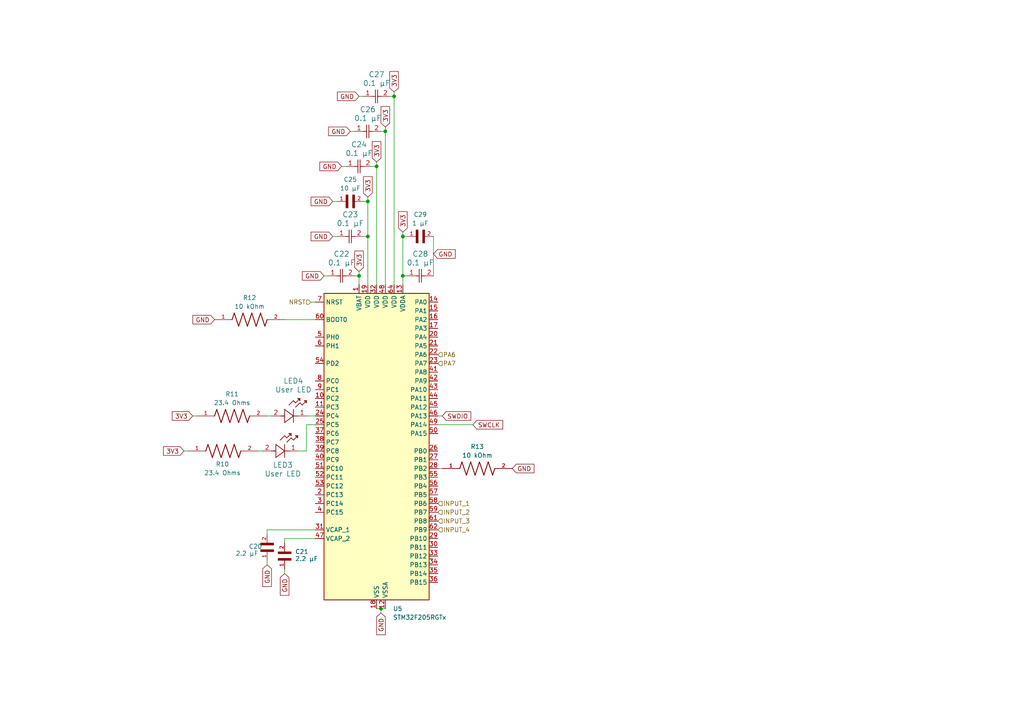
<source format=kicad_sch>
(kicad_sch (version 20250114) (generator "eeschema") (generator_version "9.0")
  (paper "A4")
  (lib_symbols
    (symbol "0.1µFCapacitor_2025-12-15_19-47-12:0402B104K160CT" (pin_names (offset 0.254))
      (property "Reference" "C" (at 3.81 3.81 0))
      (property "Value" "0402B104K160CT" (at 3.81 -3.81 0))
      (symbol "0402B104K160CT_1_1"
        (polyline (pts (xy 2.54 0) (xy 3.4798 0)) (stroke (width 0.2032)))
        (polyline (pts (xy 3.4798 -1.905) (xy 3.4798 1.905)) (stroke (width 0.2032)))
        (polyline (pts (xy 4.1148 0) (xy 5.08 0)) (stroke (width 0.2032)))
        (polyline (pts (xy 4.1148 -1.905) (xy 4.1148 1.905)) (stroke (width 0.2032)))
        (pin unspecified line (at 0 0 0) (length 2.54) (name "") (number "1"))
        (pin unspecified line (at 7.62 0 180) (length 2.54) (name "") (number "2"))
      )
      (symbol "0402B104K160CT_1_2"
        (polyline (pts (xy -1.905 -3.4798) (xy 1.905 -3.4798)) (stroke (width 0.2032)))
        (polyline (pts (xy -1.905 -4.1148) (xy 1.905 -4.1148)) (stroke (width 0.2032)))
        (polyline (pts (xy 0 -2.54) (xy 0 -3.4798)) (stroke (width 0.2032)))
        (polyline (pts (xy 0 -4.1148) (xy 0 -5.08)) (stroke (width 0.2032)))
        (pin unspecified line (at 0 0 270) (length 2.54) (name "") (number "1"))
        (pin unspecified line (at 0 -7.62 90) (length 2.54) (name "") (number "2"))
      )
    )
    (symbol "10kOhmResistor_RMCF0805FT10K0:RMCF0805FT10K0" (pin_names (offset 1.016))
      (property "Reference" "R" (at -7.6244 2.5415 0))
      (property "Value" "RMCF0805FT10K0" (at -7.63 -5.0866 0))
      (symbol "RMCF0805FT10K0_0_0"
        (polyline (pts (xy -5.08 0) (xy -4.445 1.905)) (stroke (width 0.254)))
        (polyline (pts (xy -4.445 1.905) (xy -3.175 -1.905)) (stroke (width 0.254)))
        (polyline (pts (xy -3.175 -1.905) (xy -1.905 1.905)) (stroke (width 0.254)))
        (polyline (pts (xy -1.905 1.905) (xy -0.635 -1.905)) (stroke (width 0.254)))
        (polyline (pts (xy -0.635 -1.905) (xy 0.635 1.905)) (stroke (width 0.254)))
        (polyline (pts (xy 0.635 1.905) (xy 1.905 -1.905)) (stroke (width 0.254)))
        (polyline (pts (xy 1.905 -1.905) (xy 3.175 1.905)) (stroke (width 0.254)))
        (polyline (pts (xy 3.175 1.905) (xy 4.445 -1.905)) (stroke (width 0.254)))
        (polyline (pts (xy 4.445 -1.905) (xy 5.08 0)) (stroke (width 0.254)))
        (pin passive line (at -10.16 0 0) (length 5.08) (name "~") (number "1"))
        (pin passive line (at 10.16 0 180) (length 5.08) (name "~") (number "2"))
      )
    )
    (symbol "10µFCapacitor_CL21B106KOQNNNE:CL21B106KOQNNNE" (pin_names (offset 1.016))
      (property "Reference" "C" (at 0 3.8109 0))
      (property "Value" "CL21B106KOQNNNE" (at 0 -5.0885 0))
      (symbol "CL21B106KOQNNNE_0_0"
        (rectangle (start 0 -1.9069) (end 0.635 1.905) (stroke (width 0.1)) (fill (type outline)))
        (rectangle (start 1.9069 -1.9069) (end 2.54 1.905) (stroke (width 0.1)) (fill (type outline)))
        (pin passive line (at -2.54 0 0) (length 2.54) (name "~") (number "1"))
        (pin passive line (at 5.08 0 180) (length 2.54) (name "~") (number "2"))
      )
    )
    (symbol "1µFCapacitor_CL10B105KP8NNNC:CL10B105KP8NNNC" (pin_names (offset 1.016))
      (property "Reference" "C" (at 0 3.8109 0))
      (property "Value" "CL10B105KP8NNNC" (at 0 -5.0885 0))
      (symbol "CL10B105KP8NNNC_0_0"
        (rectangle (start 0 -1.9069) (end 0.635 1.905) (stroke (width 0.1)) (fill (type outline)))
        (rectangle (start 1.9069 -1.9069) (end 2.54 1.905) (stroke (width 0.1)) (fill (type outline)))
        (pin passive line (at -2.54 0 0) (length 2.54) (name "~") (number "1"))
        (pin passive line (at 5.08 0 180) (length 2.54) (name "~") (number "2"))
      )
    )
    (symbol "2.2µFCapacitor_CL10B225KP8NNNC:CL10B225KP8NNNC" (pin_names (offset 1.016))
      (property "Reference" "C" (at 0 3.8109 0))
      (property "Value" "CL10B225KP8NNNC" (at 0 -5.0885 0))
      (symbol "CL10B225KP8NNNC_0_0"
        (rectangle (start 0 -1.9069) (end 0.635 1.905) (stroke (width 0.1)) (fill (type outline)))
        (rectangle (start 1.9069 -1.9069) (end 2.54 1.905) (stroke (width 0.1)) (fill (type outline)))
        (pin passive line (at -2.54 0 0) (length 2.54) (name "~") (number "1"))
        (pin passive line (at 5.08 0 180) (length 2.54) (name "~") (number "2"))
      )
    )
    (symbol "23.4ohmResistor_RN73R1JTTD23R4B25:RN73R1JTTD23R4B25" (pin_names (offset 1.016))
      (property "Reference" "R" (at -7.6244 2.5415 0))
      (property "Value" "RN73R1JTTD23R4B25" (at -7.63 -5.0866 0))
      (symbol "RN73R1JTTD23R4B25_0_0"
        (polyline (pts (xy -5.08 0) (xy -4.445 1.905)) (stroke (width 0.254)))
        (polyline (pts (xy -4.445 1.905) (xy -3.175 -1.905)) (stroke (width 0.254)))
        (polyline (pts (xy -3.175 -1.905) (xy -1.905 1.905)) (stroke (width 0.254)))
        (polyline (pts (xy -1.905 1.905) (xy -0.635 -1.905)) (stroke (width 0.254)))
        (polyline (pts (xy -0.635 -1.905) (xy 0.635 1.905)) (stroke (width 0.254)))
        (polyline (pts (xy 0.635 1.905) (xy 1.905 -1.905)) (stroke (width 0.254)))
        (polyline (pts (xy 1.905 -1.905) (xy 3.175 1.905)) (stroke (width 0.254)))
        (polyline (pts (xy 3.175 1.905) (xy 4.445 -1.905)) (stroke (width 0.254)))
        (polyline (pts (xy 4.445 -1.905) (xy 5.08 0)) (stroke (width 0.254)))
        (pin passive line (at -10.16 0 0) (length 5.08) (name "~") (number "1"))
        (pin passive line (at 10.16 0 180) (length 5.08) (name "~") (number "2"))
      )
    )
    (symbol "MCU_ST_STM32F2:STM32F205RGTx"
      (property "Reference" "U" (at -15.24 46.99 0))
      (property "Value" "STM32F205RGTx" (at 10.16 46.99 0))
      (symbol "STM32F205RGTx_0_1"
        (rectangle (start -15.24 -43.18) (end 15.24 45.72) (stroke (width 0.254)) (fill (type background)))
      )
      (symbol "STM32F205RGTx_1_1"
        (pin input line (at -17.78 43.18 0) (length 2.54) (name "NRST") (number "7"))
        (pin input line (at -17.78 38.1 0) (length 2.54) (name "BOOT0") (number "60"))
        (pin bidirectional line (at -17.78 33.02 0) (length 2.54) (name "PH0") (number "5"))
        (pin bidirectional line (at -17.78 30.48 0) (length 2.54) (name "PH1") (number "6"))
        (pin bidirectional line (at -17.78 25.4 0) (length 2.54) (name "PD2") (number "54"))
        (pin bidirectional line (at -17.78 20.32 0) (length 2.54) (name "PC0") (number "8"))
        (pin bidirectional line (at -17.78 17.78 0) (length 2.54) (name "PC1") (number "9"))
        (pin bidirectional line (at -17.78 15.24 0) (length 2.54) (name "PC2") (number "10"))
        (pin bidirectional line (at -17.78 12.7 0) (length 2.54) (name "PC3") (number "11"))
        (pin bidirectional line (at -17.78 10.16 0) (length 2.54) (name "PC4") (number "24"))
        (pin bidirectional line (at -17.78 7.62 0) (length 2.54) (name "PC5") (number "25"))
        (pin bidirectional line (at -17.78 5.08 0) (length 2.54) (name "PC6") (number "37"))
        (pin bidirectional line (at -17.78 2.54 0) (length 2.54) (name "PC7") (number "38"))
        (pin bidirectional line (at -17.78 0 0) (length 2.54) (name "PC8") (number "39"))
        (pin bidirectional line (at -17.78 -2.54 0) (length 2.54) (name "PC9") (number "40"))
        (pin bidirectional line (at -17.78 -5.08 0) (length 2.54) (name "PC10") (number "51"))
        (pin bidirectional line (at -17.78 -7.62 0) (length 2.54) (name "PC11") (number "52"))
        (pin bidirectional line (at -17.78 -10.16 0) (length 2.54) (name "PC12") (number "53"))
        (pin bidirectional line (at -17.78 -12.7 0) (length 2.54) (name "PC13") (number "2"))
        (pin bidirectional line (at -17.78 -15.24 0) (length 2.54) (name "PC14") (number "3"))
        (pin bidirectional line (at -17.78 -17.78 0) (length 2.54) (name "PC15") (number "4"))
        (pin power_out line (at -17.78 -22.86 0) (length 2.54) (name "VCAP_1") (number "31"))
        (pin power_out line (at -17.78 -25.4 0) (length 2.54) (name "VCAP_2") (number "47"))
        (pin power_in line (at -5.08 48.26 270) (length 2.54) (name "VBAT") (number "1"))
        (pin power_in line (at -2.54 48.26 270) (length 2.54) (name "VDD") (number "19"))
        (pin power_in line (at 0 48.26 270) (length 2.54) (name "VDD") (number "32"))
        (pin power_in line (at 0 -45.72 90) (length 2.54) (name "VSS") (number "18"))
        (pin passive line (at 0 -45.72 90) (length 2.54) (hide yes) (name "VSS") (number "63"))
        (pin power_in line (at 2.54 48.26 270) (length 2.54) (name "VDD") (number "48"))
        (pin power_in line (at 2.54 -45.72 90) (length 2.54) (name "VSSA") (number "12"))
        (pin power_in line (at 5.08 48.26 270) (length 2.54) (name "VDD") (number "64"))
        (pin power_in line (at 7.62 48.26 270) (length 2.54) (name "VDDA") (number "13"))
        (pin bidirectional line (at 17.78 43.18 180) (length 2.54) (name "PA0") (number "14"))
        (pin bidirectional line (at 17.78 40.64 180) (length 2.54) (name "PA1") (number "15"))
        (pin bidirectional line (at 17.78 38.1 180) (length 2.54) (name "PA2") (number "16"))
        (pin bidirectional line (at 17.78 35.56 180) (length 2.54) (name "PA3") (number "17"))
        (pin bidirectional line (at 17.78 33.02 180) (length 2.54) (name "PA4") (number "20"))
        (pin bidirectional line (at 17.78 30.48 180) (length 2.54) (name "PA5") (number "21"))
        (pin bidirectional line (at 17.78 27.94 180) (length 2.54) (name "PA6") (number "22"))
        (pin bidirectional line (at 17.78 25.4 180) (length 2.54) (name "PA7") (number "23"))
        (pin bidirectional line (at 17.78 22.86 180) (length 2.54) (name "PA8") (number "41"))
        (pin bidirectional line (at 17.78 20.32 180) (length 2.54) (name "PA9") (number "42"))
        (pin bidirectional line (at 17.78 17.78 180) (length 2.54) (name "PA10") (number "43"))
        (pin bidirectional line (at 17.78 15.24 180) (length 2.54) (name "PA11") (number "44"))
        (pin bidirectional line (at 17.78 12.7 180) (length 2.54) (name "PA12") (number "45"))
        (pin bidirectional line (at 17.78 10.16 180) (length 2.54) (name "PA13") (number "46"))
        (pin bidirectional line (at 17.78 7.62 180) (length 2.54) (name "PA14") (number "49"))
        (pin bidirectional line (at 17.78 5.08 180) (length 2.54) (name "PA15") (number "50"))
        (pin bidirectional line (at 17.78 0 180) (length 2.54) (name "PB0") (number "26"))
        (pin bidirectional line (at 17.78 -2.54 180) (length 2.54) (name "PB1") (number "27"))
        (pin bidirectional line (at 17.78 -5.08 180) (length 2.54) (name "PB2") (number "28"))
        (pin bidirectional line (at 17.78 -7.62 180) (length 2.54) (name "PB3") (number "55"))
        (pin bidirectional line (at 17.78 -10.16 180) (length 2.54) (name "PB4") (number "56"))
        (pin bidirectional line (at 17.78 -12.7 180) (length 2.54) (name "PB5") (number "57"))
        (pin bidirectional line (at 17.78 -15.24 180) (length 2.54) (name "PB6") (number "58"))
        (pin bidirectional line (at 17.78 -17.78 180) (length 2.54) (name "PB7") (number "59"))
        (pin bidirectional line (at 17.78 -20.32 180) (length 2.54) (name "PB8") (number "61"))
        (pin bidirectional line (at 17.78 -22.86 180) (length 2.54) (name "PB9") (number "62"))
        (pin bidirectional line (at 17.78 -25.4 180) (length 2.54) (name "PB10") (number "29"))
        (pin bidirectional line (at 17.78 -27.94 180) (length 2.54) (name "PB11") (number "30"))
        (pin bidirectional line (at 17.78 -30.48 180) (length 2.54) (name "PB12") (number "33"))
        (pin bidirectional line (at 17.78 -33.02 180) (length 2.54) (name "PB13") (number "34"))
        (pin bidirectional line (at 17.78 -35.56 180) (length 2.54) (name "PB14") (number "35"))
        (pin bidirectional line (at 17.78 -38.1 180) (length 2.54) (name "PB15") (number "36"))
      )
    )
    (symbol "UserLED_2026-01-27_18-27-04:LTL-4231N" (pin_names (offset 0.254))
      (property "Reference" "LED" (at 5.08 -4.445 0))
      (property "Value" "LTL-4231N" (at 5.08 -7.62 0))
      (symbol "LTL-4231N_1_1"
        (polyline (pts (xy 2.54 0) (xy 3.4798 0)) (stroke (width 0.2032)))
        (polyline (pts (xy 3.175 0) (xy 3.81 0)) (stroke (width 0.2032)))
        (polyline (pts (xy 3.81 1.905) (xy 3.81 -1.905)) (stroke (width 0.2032)))
        (polyline (pts (xy 3.81 -1.905) (xy 6.35 0)) (stroke (width 0.2032)))
        (polyline (pts (xy 5.08 3.175) (xy 6.35 4.445)) (stroke (width 0.2032)))
        (polyline (pts (xy 6.35 4.445) (xy 6.985 3.81)) (stroke (width 0.2032)))
        (polyline (pts (xy 6.35 0) (xy 3.81 1.905)) (stroke (width 0.2032)))
        (polyline (pts (xy 6.35 0) (xy 7.62 0)) (stroke (width 0.2032)))
        (polyline (pts (xy 6.35 -1.905) (xy 6.35 1.905)) (stroke (width 0.2032)))
        (polyline (pts (xy 6.985 3.81) (xy 8.255 5.08)) (stroke (width 0.2032)))
        (polyline (pts (xy 6.985 2.54) (xy 8.255 3.81)) (stroke (width 0.2032)))
        (polyline (pts (xy 7.62 5.08) (xy 8.255 4.445)) (stroke (width 0.2032)))
        (polyline (pts (xy 8.255 5.08) (xy 7.62 5.08)) (stroke (width 0.2032)))
        (polyline (pts (xy 8.255 4.445) (xy 8.255 5.08)) (stroke (width 0.2032)))
        (polyline (pts (xy 8.255 3.81) (xy 8.89 3.175)) (stroke (width 0.2032)))
        (polyline (pts (xy 8.89 3.175) (xy 10.16 4.445)) (stroke (width 0.2032)))
        (polyline (pts (xy 9.525 4.445) (xy 10.16 3.81)) (stroke (width 0.2032)))
        (polyline (pts (xy 10.16 4.445) (xy 9.525 4.445)) (stroke (width 0.2032)))
        (polyline (pts (xy 10.16 3.81) (xy 10.16 4.445)) (stroke (width 0.2032)))
        (pin unspecified line (at 0 0 0) (length 2.54) (name "") (number "2"))
        (pin unspecified line (at 10.16 0 180) (length 2.54) (name "") (number "1"))
      )
      (symbol "LTL-4231N_1_2"
        (polyline (pts (xy -5.08 8.255) (xy -5.08 7.62)) (stroke (width 0.2032)))
        (polyline (pts (xy -5.08 7.62) (xy -4.445 8.255)) (stroke (width 0.2032)))
        (polyline (pts (xy -4.445 10.16) (xy -4.445 9.525)) (stroke (width 0.2032)))
        (polyline (pts (xy -4.445 9.525) (xy -3.81 10.16)) (stroke (width 0.2032)))
        (polyline (pts (xy -4.445 8.255) (xy -5.08 8.255)) (stroke (width 0.2032)))
        (polyline (pts (xy -4.445 6.35) (xy -3.81 6.985)) (stroke (width 0.2032)))
        (polyline (pts (xy -3.81 10.16) (xy -4.445 10.16)) (stroke (width 0.2032)))
        (polyline (pts (xy -3.81 8.255) (xy -3.175 8.89)) (stroke (width 0.2032)))
        (polyline (pts (xy -3.81 6.985) (xy -5.08 8.255)) (stroke (width 0.2032)))
        (polyline (pts (xy -3.175 8.89) (xy -4.445 10.16)) (stroke (width 0.2032)))
        (polyline (pts (xy -3.175 5.08) (xy -4.445 6.35)) (stroke (width 0.2032)))
        (polyline (pts (xy -2.54 6.985) (xy -3.81 8.255)) (stroke (width 0.2032)))
        (polyline (pts (xy -1.905 3.81) (xy 1.905 3.81)) (stroke (width 0.2032)))
        (polyline (pts (xy 0 6.35) (xy -1.905 3.81)) (stroke (width 0.2032)))
        (polyline (pts (xy 0 6.35) (xy 0 7.62)) (stroke (width 0.2032)))
        (polyline (pts (xy 0 3.175) (xy 0 3.81)) (stroke (width 0.2032)))
        (polyline (pts (xy 0 2.54) (xy 0 3.4798)) (stroke (width 0.2032)))
        (polyline (pts (xy 1.905 6.35) (xy -1.905 6.35)) (stroke (width 0.2032)))
        (polyline (pts (xy 1.905 3.81) (xy 0 6.35)) (stroke (width 0.2032)))
        (pin unspecified line (at 0 10.16 270) (length 2.54) (name "") (number "1"))
        (pin unspecified line (at 0 0 90) (length 2.54) (name "") (number "2"))
      )
    )
  )
  (junction (at 110.49 176.53))
  (junction (at 111.76 38.1))
  (junction (at 109.22 48.26))
  (junction (at 114.3 27.94))
  (junction (at 104.14 80.01))
  (junction (at 106.68 58.42))
  (junction (at 106.68 68.58))
  (junction (at 116.84 68.58))
  (junction (at 116.84 80.01))
  (wire (pts (xy 111.76 36.83) (xy 111.76 38.1)))
  (wire (pts (xy 96.52 68.58) (xy 97.79 68.58)))
  (wire (pts (xy 104.14 27.94) (xy 105.41 27.94)))
  (wire (pts (xy 90.17 87.63) (xy 91.44 87.63)))
  (wire (pts (xy 104.14 80.01) (xy 104.14 82.55)))
  (wire (pts (xy 104.14 78.74) (xy 104.14 80.01)))
  (wire (pts (xy 77.47 120.65) (xy 78.74 120.65)))
  (wire (pts (xy 77.47 162.56) (xy 77.47 163.83)))
  (wire (pts (xy 114.3 26.67) (xy 114.3 27.94)))
  (wire (pts (xy 86.36 130.81) (xy 88.9 130.81)))
  (wire (pts (xy 74.93 130.81) (xy 76.2 130.81)))
  (wire (pts (xy 82.55 92.71) (xy 91.44 92.71)))
  (wire (pts (xy 125.73 68.58) (xy 125.73 80.01)))
  (wire (pts (xy 127 120.65) (xy 128.27 120.65)))
  (wire (pts (xy 96.52 58.42) (xy 97.79 58.42)))
  (wire (pts (xy 107.95 48.26) (xy 109.22 48.26)))
  (wire (pts (xy 127 135.89) (xy 128.27 135.89)))
  (wire (pts (xy 88.9 123.19) (xy 91.44 123.19)))
  (wire (pts (xy 53.34 130.81) (xy 54.61 130.81)))
  (wire (pts (xy 106.68 57.15) (xy 106.68 58.42)))
  (wire (pts (xy 116.84 80.01) (xy 118.11 80.01)))
  (wire (pts (xy 109.22 48.26) (xy 109.22 82.55)))
  (wire (pts (xy 110.49 38.1) (xy 111.76 38.1)))
  (wire (pts (xy 82.55 165.1) (xy 82.55 166.37)))
  (wire (pts (xy 93.98 80.01) (xy 95.25 80.01)))
  (wire (pts (xy 127 123.19) (xy 137.16 123.19)))
  (wire (pts (xy 99.06 48.26) (xy 100.33 48.26)))
  (wire (pts (xy 88.9 120.65) (xy 91.44 120.65)))
  (wire (pts (xy 113.03 27.94) (xy 114.3 27.94)))
  (wire (pts (xy 116.84 68.58) (xy 118.11 68.58)))
  (wire (pts (xy 101.6 38.1) (xy 102.87 38.1)))
  (wire (pts (xy 116.84 80.01) (xy 116.84 82.55)))
  (wire (pts (xy 102.87 80.01) (xy 104.14 80.01)))
  (wire (pts (xy 116.84 67.31) (xy 116.84 68.58)))
  (wire (pts (xy 55.88 120.65) (xy 57.15 120.65)))
  (wire (pts (xy 77.47 153.67) (xy 77.47 154.94)))
  (wire (pts (xy 88.9 130.81) (xy 88.9 123.19)))
  (wire (pts (xy 114.3 27.94) (xy 114.3 82.55)))
  (wire (pts (xy 91.44 156.21) (xy 82.55 156.21)))
  (wire (pts (xy 109.22 46.99) (xy 109.22 48.26)))
  (wire (pts (xy 105.41 58.42) (xy 106.68 58.42)))
  (wire (pts (xy 91.44 153.67) (xy 77.47 153.67)))
  (wire (pts (xy 106.68 68.58) (xy 106.68 82.55)))
  (wire (pts (xy 106.68 58.42) (xy 106.68 68.58)))
  (wire (pts (xy 105.41 68.58) (xy 106.68 68.58)))
  (wire (pts (xy 82.55 156.21) (xy 82.55 157.48)))
  (wire (pts (xy 110.49 176.53) (xy 111.76 176.53)))
  (wire (pts (xy 109.22 176.53) (xy 110.49 176.53)))
  (wire (pts (xy 110.49 176.53) (xy 110.49 177.8)))
  (wire (pts (xy 116.84 68.58) (xy 116.84 80.01)))
  (wire (pts (xy 111.76 38.1) (xy 111.76 82.55)))
  (global_label "GND" (shape input) (at 96.52 68.58 180) (property "Intersheetrefs" "${INTERSHEET_REFS}" (effects (hide yes))))
  (global_label "GND" (shape input) (at 82.55 166.37 270) (property "Intersheetrefs" "${INTERSHEET_REFS}" (effects (hide yes))))
  (global_label "GND" (shape input) (at 148.59 135.89 0) (property "Intersheetrefs" "${INTERSHEET_REFS}" (effects (hide yes))))
  (global_label "3V3" (shape input) (at 106.68 57.15 90) (property "Intersheetrefs" "${INTERSHEET_REFS}" (effects (hide yes))))
  (global_label "SWCLK" (shape input) (at 137.16 123.19 0) (property "Intersheetrefs" "${INTERSHEET_REFS}" (effects (hide yes))))
  (global_label "3V3" (shape input) (at 116.84 67.31 90) (property "Intersheetrefs" "${INTERSHEET_REFS}" (effects (hide yes))))
  (global_label "3V3" (shape input) (at 114.3 26.67 90) (property "Intersheetrefs" "${INTERSHEET_REFS}" (effects (hide yes))))
  (global_label "SWDIO" (shape input) (at 128.27 120.65 0) (property "Intersheetrefs" "${INTERSHEET_REFS}" (effects (hide yes))))
  (global_label "3V3" (shape input) (at 55.88 120.65 180) (property "Intersheetrefs" "${INTERSHEET_REFS}" (effects (hide yes))))
  (global_label "GND" (shape input) (at 104.14 27.94 180) (property "Intersheetrefs" "${INTERSHEET_REFS}" (effects (hide yes))))
  (global_label "3V3" (shape input) (at 104.14 78.74 90) (property "Intersheetrefs" "${INTERSHEET_REFS}" (effects (hide yes))))
  (global_label "GND" (shape input) (at 93.98 80.01 180) (property "Intersheetrefs" "${INTERSHEET_REFS}" (effects (hide yes))))
  (global_label "GND" (shape input) (at 101.6 38.1 180) (property "Intersheetrefs" "${INTERSHEET_REFS}" (effects (hide yes))))
  (global_label "GND" (shape input) (at 62.23 92.71 180) (property "Intersheetrefs" "${INTERSHEET_REFS}" (effects (hide yes))))
  (global_label "GND" (shape input) (at 77.47 163.83 270) (property "Intersheetrefs" "${INTERSHEET_REFS}" (effects (hide yes))))
  (global_label "GND" (shape input) (at 99.06 48.26 180) (property "Intersheetrefs" "${INTERSHEET_REFS}" (effects (hide yes))))
  (global_label "GND" (shape input) (at 110.49 177.8 270) (property "Intersheetrefs" "${INTERSHEET_REFS}" (effects (hide yes))))
  (global_label "3V3" (shape input) (at 109.22 46.99 90) (property "Intersheetrefs" "${INTERSHEET_REFS}" (effects (hide yes))))
  (global_label "GND" (shape input) (at 125.73 73.66 0) (property "Intersheetrefs" "${INTERSHEET_REFS}" (effects (hide yes))))
  (global_label "3V3" (shape input) (at 111.76 36.83 90) (property "Intersheetrefs" "${INTERSHEET_REFS}" (effects (hide yes))))
  (global_label "3V3" (shape input) (at 53.34 130.81 180) (property "Intersheetrefs" "${INTERSHEET_REFS}" (effects (hide yes))))
  (global_label "GND" (shape input) (at 96.52 58.42 180) (property "Intersheetrefs" "${INTERSHEET_REFS}" (effects (hide yes))))
  (hierarchical_label "INPUT_2" (shape input) (at 127 148.59 0))
  (hierarchical_label "NRST" (shape input) (at 90.17 87.63 180))
  (hierarchical_label "PA6" (shape input) (at 127 102.87 0))
  (hierarchical_label "INPUT_1" (shape input) (at 127 146.05 0))
  (hierarchical_label "INPUT_3" (shape input) (at 127 151.13 0))
  (hierarchical_label "PA7" (shape input) (at 127 105.41 0))
  (hierarchical_label "INPUT_4" (shape input) (at 127 153.67 0))
  (symbol (lib_id "0.1µFCapacitor_2025-12-15_19-47-12:0402B104K160CT") (at 95.25 80.01 0) (unit 1)
    (property "Reference" "C22" (at 99.06 73.66 0) (effects (font (size 1.524 1.524))))
    (property "Value" "0.1 µF" (at 99.06 76.2 0) (effects (font (size 1.524 1.524))))
    (property "Footprint" "0.1µFCapacitor_footprints:CAP_0402_N_WAL-L" (effects (hide yes)))
    (property "Datasheet" "0402B104K160CT" (effects (hide yes)))
  )
  (symbol (lib_id "UserLED_2026-01-27_18-27-04:LTL-4231N") (at 76.2 130.81 0) (unit 1)
    (property "Reference" "LED3" (at 82.042 134.874 0) (effects (font (size 1.524 1.524))))
    (property "Value" "User LED" (at 82.042 137.414 0) (effects (font (size 1.524 1.524))))
    (property "Footprint" "LED_LTL-4231N_LTO" (effects (hide yes)))
    (property "Datasheet" "LTL-4231N" (effects (hide yes)))
  )
  (symbol (lib_id "23.4ohmResistor_RN73R1JTTD23R4B25:RN73R1JTTD23R4B25") (at 67.31 120.65 0) (unit 1)
    (property "Reference" "R11" (at 67.31 114.3 0))
    (property "Value" "23.4 Ohms" (at 67.31 116.84 0))
    (property "Footprint" "RN73R1JTTD23R4B25:RESC1608X55N" (effects (hide yes)))
  )
  (symbol (lib_id "23.4ohmResistor_RN73R1JTTD23R4B25:RN73R1JTTD23R4B25") (at 64.77 130.81 0) (unit 1)
    (property "Reference" "R10" (at 64.516 134.62 0))
    (property "Value" "23.4 Ohms" (at 64.516 137.16 0))
    (property "Footprint" "RN73R1JTTD23R4B25:RESC1608X55N" (effects (hide yes)))
  )
  (symbol (lib_id "1µFCapacitor_CL10B105KP8NNNC:CL10B105KP8NNNC") (at 120.65 68.58 0) (unit 1)
    (property "Reference" "C29" (at 121.92 62.23 0))
    (property "Value" "1 µF" (at 121.92 64.77 0))
    (property "Footprint" "CL10B105KP8NNNC:CAPC1608X90N" (effects (hide yes)))
    (property "E_max" "0.9" (effects (hide yes)))
    (property "L_max" "0.5" (effects (hide yes)))
    (property "A_max" "0.9" (effects (hide yes)))
    (property "L1_nom" "0.3" (effects (hide yes)))
    (property "D_max" "1.7" (effects (hide yes)))
    (property "A_nom" "0.9" (effects (hide yes)))
    (property "L1_max" "0.5" (effects (hide yes)))
    (property "L1_min" "0.1" (effects (hide yes)))
    (property "A_min" "0.9" (effects (hide yes)))
    (property "E_min" "0.7" (effects (hide yes)))
    (property "D_min" "1.5" (effects (hide yes)))
    (property "D_nom" "1.6" (effects (hide yes)))
    (property "E_nom" "0.8" (effects (hide yes)))
    (property "STANDARD" "IPC 7351B" (effects (hide yes)))
    (property "L_min" "0.1" (effects (hide yes)))
    (property "L_nom" "0.3" (effects (hide yes)))
    (property "MANUFACTURER" "Samsung Electro-Mechanics" (effects (hide yes)))
  )
  (symbol (lib_id "0.1µFCapacitor_2025-12-15_19-47-12:0402B104K160CT") (at 97.79 68.58 0) (unit 1)
    (property "Reference" "C23" (at 101.6 62.23 0) (effects (font (size 1.524 1.524))))
    (property "Value" "0.1 µF" (at 101.6 64.77 0) (effects (font (size 1.524 1.524))))
    (property "Footprint" "0.1µFCapacitor_footprints:CAP_0402_N_WAL-L" (effects (hide yes)))
    (property "Datasheet" "0402B104K160CT" (effects (hide yes)))
  )
  (symbol (lib_id "10kOhmResistor_RMCF0805FT10K0:RMCF0805FT10K0") (at 138.43 135.89 0) (unit 1)
    (property "Reference" "R13" (at 138.43 129.54 0))
    (property "Value" "10 kOhm" (at 138.43 132.08 0))
    (property "Footprint" "RMCF0805FT10K0:RESC2012X65N" (effects (hide yes)))
  )
  (symbol (lib_id "0.1µFCapacitor_2025-12-15_19-47-12:0402B104K160CT") (at 102.87 38.1 0) (unit 1)
    (property "Reference" "C26" (at 106.68 31.75 0) (effects (font (size 1.524 1.524))))
    (property "Value" "0.1 µF" (at 106.68 34.29 0) (effects (font (size 1.524 1.524))))
    (property "Footprint" "0.1µFCapacitor_footprints:CAP_0402_N_WAL-L" (effects (hide yes)))
    (property "Datasheet" "0402B104K160CT" (effects (hide yes)))
  )
  (symbol (lib_id "10kOhmResistor_RMCF0805FT10K0:RMCF0805FT10K0") (at 72.39 92.71 0) (unit 1)
    (property "Reference" "R12" (at 72.39 86.36 0))
    (property "Value" "10 kOhm" (at 72.39 88.9 0))
    (property "Footprint" "RMCF0805FT10K0:RESC2012X65N" (effects (hide yes)))
  )
  (symbol (lib_id "UserLED_2026-01-27_18-27-04:LTL-4231N") (at 78.74 120.65 0) (unit 1)
    (property "Reference" "LED4" (at 85.09 110.49 0) (effects (font (size 1.524 1.524))))
    (property "Value" "User LED" (at 85.09 113.03 0) (effects (font (size 1.524 1.524))))
    (property "Footprint" "LED_LTL-4231N_LTO" (effects (hide yes)))
    (property "Datasheet" "LTL-4231N" (effects (hide yes)))
  )
  (symbol (lib_id "10µFCapacitor_CL21B106KOQNNNE:CL21B106KOQNNNE") (at 100.33 58.42 0) (unit 1)
    (property "Reference" "C25" (at 101.6 52.07 0))
    (property "Value" "10 µF" (at 101.6 54.61 0))
    (property "Footprint" "CL21B106KOQNNNE:CAPC2012X140N" (effects (hide yes)))
    (property "E_max" "1.4" (effects (hide yes)))
    (property "L_max" "0.7" (effects (hide yes)))
    (property "A_max" "1.4" (effects (hide yes)))
    (property "L1_nom" "0.5" (effects (hide yes)))
    (property "D_max" "2.15" (effects (hide yes)))
    (property "A_nom" "1.4" (effects (hide yes)))
    (property "L1_max" "0.7" (effects (hide yes)))
    (property "L1_min" "0.2" (effects (hide yes)))
    (property "A_min" "1.4" (effects (hide yes)))
    (property "E_min" "1.1" (effects (hide yes)))
    (property "D_min" "1.85" (effects (hide yes)))
    (property "D_nom" "2.0" (effects (hide yes)))
    (property "E_nom" "1.25" (effects (hide yes)))
    (property "STANDARD" "IPC 7351B" (effects (hide yes)))
    (property "L_min" "0.2" (effects (hide yes)))
    (property "L_nom" "0.5" (effects (hide yes)))
    (property "MANUFACTURER" "Samsung Electro-Mechanics" (effects (hide yes)))
  )
  (symbol (lib_id "0.1µFCapacitor_2025-12-15_19-47-12:0402B104K160CT") (at 100.33 48.26 0) (unit 1)
    (property "Reference" "C24" (at 104.14 41.91 0) (effects (font (size 1.524 1.524))))
    (property "Value" "0.1 µF" (at 104.14 44.45 0) (effects (font (size 1.524 1.524))))
    (property "Footprint" "0.1µFCapacitor_footprints:CAP_0402_N_WAL-L" (effects (hide yes)))
    (property "Datasheet" "0402B104K160CT" (effects (hide yes)))
  )
  (symbol (lib_id "2.2µFCapacitor_CL10B225KP8NNNC:CL10B225KP8NNNC") (at 77.47 160.02 90) (unit 1)
    (property "Reference" "C20" (at 72.136 158.496 90) (effects (justify right)))
    (property "Value" "2.2 µF" (at 68.326 160.528 90) (effects (justify right)))
    (property "Footprint" "CL10B225KP8NNNC:CAPC1608X90N" (effects (hide yes)))
    (property "E_max" "0.9" (effects (hide yes)))
    (property "L_max" "0.5" (effects (hide yes)))
    (property "A_max" "0.9" (effects (hide yes)))
    (property "L1_nom" "0.3" (effects (hide yes)))
    (property "D_max" "1.7" (effects (hide yes)))
    (property "A_nom" "0.9" (effects (hide yes)))
    (property "L1_max" "0.5" (effects (hide yes)))
    (property "L1_min" "0.1" (effects (hide yes)))
    (property "A_min" "0.9" (effects (hide yes)))
    (property "E_min" "0.7" (effects (hide yes)))
    (property "D_min" "1.5" (effects (hide yes)))
    (property "D_nom" "1.6" (effects (hide yes)))
    (property "E_nom" "0.8" (effects (hide yes)))
    (property "STANDARD" "IPC 7351B" (effects (hide yes)))
    (property "L_min" "0.1" (effects (hide yes)))
    (property "L_nom" "0.3" (effects (hide yes)))
    (property "MANUFACTURER" "Samsung" (effects (hide yes)))
  )
  (symbol (lib_id "2.2µFCapacitor_CL10B225KP8NNNC:CL10B225KP8NNNC") (at 82.55 162.56 90) (unit 1)
    (property "Reference" "C21" (at 85.598 160.02 90) (effects (justify right)))
    (property "Value" "2.2 µF" (at 85.598 162.052 90) (effects (justify right)))
    (property "Footprint" "CL10B225KP8NNNC:CAPC1608X90N" (effects (hide yes)))
    (property "E_max" "0.9" (effects (hide yes)))
    (property "L_max" "0.5" (effects (hide yes)))
    (property "A_max" "0.9" (effects (hide yes)))
    (property "L1_nom" "0.3" (effects (hide yes)))
    (property "D_max" "1.7" (effects (hide yes)))
    (property "A_nom" "0.9" (effects (hide yes)))
    (property "L1_max" "0.5" (effects (hide yes)))
    (property "L1_min" "0.1" (effects (hide yes)))
    (property "A_min" "0.9" (effects (hide yes)))
    (property "E_min" "0.7" (effects (hide yes)))
    (property "D_min" "1.5" (effects (hide yes)))
    (property "D_nom" "1.6" (effects (hide yes)))
    (property "E_nom" "0.8" (effects (hide yes)))
    (property "STANDARD" "IPC 7351B" (effects (hide yes)))
    (property "L_min" "0.1" (effects (hide yes)))
    (property "L_nom" "0.3" (effects (hide yes)))
    (property "MANUFACTURER" "Samsung" (effects (hide yes)))
  )
  (symbol (lib_id "MCU_ST_STM32F2:STM32F205RGTx") (at 109.22 130.81 0) (unit 1)
    (property "Reference" "U5" (at 113.9541 176.53 0) (effects (justify left)))
    (property "Value" "STM32F205RGTx" (at 113.9541 179.07 0) (effects (justify left)))
    (property "Footprint" "Package_QFP:LQFP-64_10x10mm_P0.5mm" (effects (hide yes)))
    (property "Datasheet" "https://www.st.com/resource/en/datasheet/stm32f205rg.pdf" (effects (hide yes)))
    (property "Description" "STMicroelectronics Arm Cortex-M3 MCU, 1024KB flash, 128KB RAM, 120 MHz, 1.8-3.6V, 51 GPIO, LQFP64" (effects (hide yes)))
  )
  (symbol (lib_id "0.1µFCapacitor_2025-12-15_19-47-12:0402B104K160CT") (at 118.11 80.01 0) (unit 1)
    (property "Reference" "C28" (at 121.92 73.66 0) (effects (font (size 1.524 1.524))))
    (property "Value" "0.1 µF" (at 121.92 76.2 0) (effects (font (size 1.524 1.524))))
    (property "Footprint" "0.1µFCapacitor_footprints:CAP_0402_N_WAL-L" (effects (hide yes)))
    (property "Datasheet" "0402B104K160CT" (effects (hide yes)))
  )
  (symbol (lib_id "0.1µFCapacitor_2025-12-15_19-47-12:0402B104K160CT") (at 105.41 27.94 0) (unit 1)
    (property "Reference" "C27" (at 109.22 21.59 0) (effects (font (size 1.524 1.524))))
    (property "Value" "0.1 µF" (at 109.22 24.13 0) (effects (font (size 1.524 1.524))))
    (property "Footprint" "0.1µFCapacitor_footprints:CAP_0402_N_WAL-L" (effects (hide yes)))
    (property "Datasheet" "0402B104K160CT" (effects (hide yes)))
  )
)
</source>
